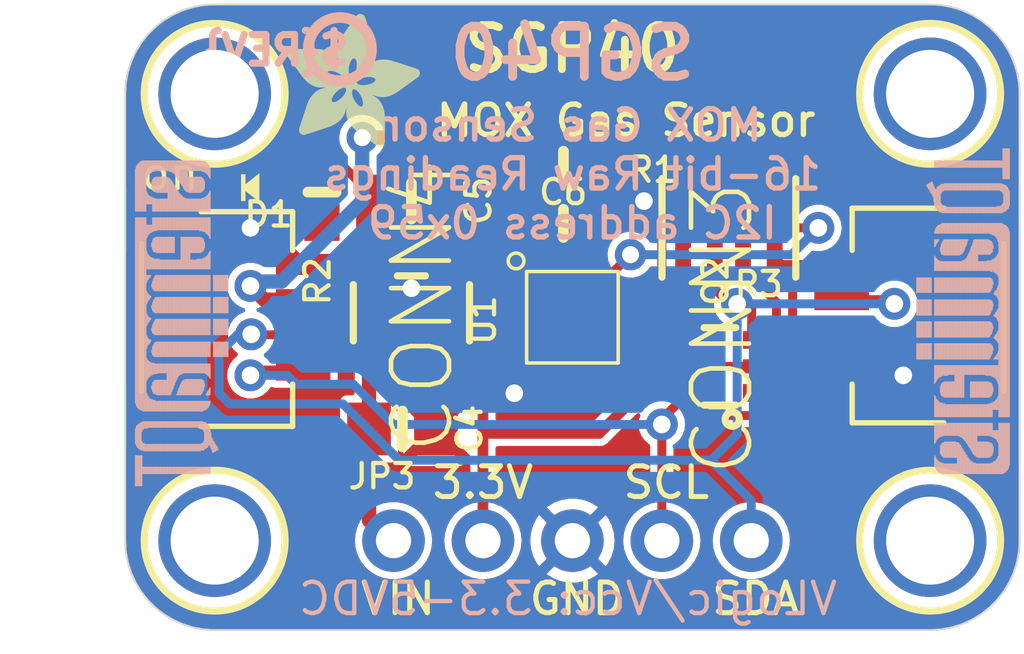
<source format=kicad_pcb>
(kicad_pcb (version 20221018) (generator pcbnew)
  (layers (0 "F.Cu" signal) (31 "B.Cu" signal) (34 "B.Paste" user) (35 "F.Paste" user) (36 "B.SilkS" user "B.Silkscreen") (37 "F.SilkS" user "F.Silkscreen") (38 "B.Mask" user) (39 "F.Mask" user) (44 "Edge.Cuts" user))
  (net 0 "")
  (net 1 "GND")
  (net 2 "SDA")
  (net 3 "SCL")
  (net 4 "SCL_LV")
  (net 5 "SDA_LV")
  (net 6 "VCC")
  (net 7 "N$1")
  (net 8 "3.3V")
  (net 9 "SENSOR_VDD")
  (footprint "working:CHIPLED_0603_NOOUTLINE" (layer "F.Cu") (at 139.3571 101.3206 90)
    (fp_text reference "D1" (at -0.762 1.27) (layer "F.SilkS") (effects (font (size 0.692831 0.692831) (thickness 0.119969)) (justify right)))
    (fp_text value "Green")
    (pad "A" smd rect (at 0 0.75 90) (size 0.8 0.8) (layers "F.Cu" "F.Paste" "F.Mask") (net 7 "N$1"))
    (pad "C" smd rect (at 0 -0.75 90) (size 0.8 0.8) (layers "F.Cu" "F.Paste" "F.Mask") (net 1 "GND"))
  )
  (footprint "working:RESPACK_4X0603" (layer "F.Cu") (at 152.9461 102.4636 180)
    (fp_text reference "R3" (at -1.6 -1.6) (layer "F.SilkS") (effects (font (size 0.692831 0.692831) (thickness 0.119969)) (justify right)))
    (fp_text value "10K")
    (pad "1" smd rect (at -1.3 0.85 180) (size 0.45 0.9) (layers "F.Cu" "F.Paste" "F.Mask") (net 6 "VCC"))
    (pad "2" smd rect (at -0.4 0.85 180) (size 0.45 0.9) (layers "F.Cu" "F.Paste" "F.Mask") (net 8 "3.3V"))
    (pad "3" smd rect (at 0.4 0.85 180) (size 0.45 0.9) (layers "F.Cu" "F.Paste" "F.Mask") (net 6 "VCC"))
    (pad "4" smd rect (at 1.3 0.85 180) (size 0.45 0.9) (layers "F.Cu" "F.Paste" "F.Mask") (net 8 "3.3V"))
    (pad "5" smd rect (at 1.3 -0.85 180) (size 0.45 0.9) (layers "F.Cu" "F.Paste" "F.Mask") (net 5 "SDA_LV"))
    (pad "6" smd rect (at 0.4 -0.85 180) (size 0.45 0.9) (layers "F.Cu" "F.Paste" "F.Mask") (net 2 "SDA"))
    (pad "7" smd rect (at -0.4 -0.85 180) (size 0.45 0.9) (layers "F.Cu" "F.Paste" "F.Mask") (net 4 "SCL_LV"))
    (pad "8" smd rect (at -1.3 -0.85 180) (size 0.45 0.9) (layers "F.Cu" "F.Paste" "F.Mask") (net 3 "SCL"))
  )
  (footprint "working:0603-NO" (layer "F.Cu") (at 141.3891 101.4476 -90)
    (fp_text reference "R2" (at 1.778 0.127 90) (layer "F.SilkS") (effects (font (size 0.692831 0.692831) (thickness 0.119969)) (justify right)))
    (fp_text value "10K")
    (pad "1" smd rect (at -0.85 0 270) (size 1.075 1) (layers "F.Cu" "F.Paste" "F.Mask") (net 8 "3.3V"))
    (pad "2" smd rect (at 0.85 0 270) (size 1.075 1) (layers "F.Cu" "F.Paste" "F.Mask") (net 7 "N$1"))
  )
  (footprint "working:JST_SH4" (layer "F.Cu") (at 138.3411 105.0036 -90)
    (fp_text reference "CONN4" (at -4.6 -5.9 90) (layer "F.SilkS") (effects (font (size 1.647139 1.647139) (thickness 0.130861)) (justify right)))
    (fp_text value "STEMMA_I2C_QT" hide)
    (pad "1" smd rect (at -1.5 -2.514) (size 1.55 0.6) (layers "F.Cu" "F.Paste" "F.Mask") (net 1 "GND"))
    (pad "2" smd rect (at -0.5 -2.514) (size 1.55 0.6) (layers "F.Cu" "F.Paste" "F.Mask") (net 6 "VCC"))
    (pad "3" smd rect (at 0.5 -2.514) (size 1.55 0.6) (layers "F.Cu" "F.Paste" "F.Mask") (net 2 "SDA"))
    (pad "4" smd rect (at 1.5 -2.514) (size 1.55 0.6) (layers "F.Cu" "F.Paste" "F.Mask") (net 3 "SCL"))
    (pad "MT1" smd rect (at -2.8 1.386) (size 1.8 1.2) (layers "F.Cu" "F.Paste" "F.Mask") (net 1 "GND"))
    (pad "MT2" smd rect (at 2.8 1.386) (size 1.8 1.2) (layers "F.Cu" "F.Paste" "F.Mask") (net 1 "GND"))
  )
  (footprint "working:MOUNTINGHOLE_2.5_PLATED" (layer "F.Cu") (at 138.3411 98.6536)
    (fp_text reference "U$28" hide)
    (fp_text value "MOUNTINGHOLE2.5" hide)
    (pad "P$1" thru_hole circle (at 0 0) (size 3.2 3.2) (drill 2.5) (layers "*.Cu" "*.Mask"))
    (zone (net 0) (net_name "") (layer "F.Cu") (connect_pads (clearance 0)) (min_thickness 0.25)
      (keepout (tracks not_allowed) (vias not_allowed) (pads not_allowed) (copperpour not_allowed) (footprints allowed))
      (fill (thermal_gap 0.5) (thermal_bridge_width 0.5))
      (polygon (pts (xy 140.3571 98.6536) (xy 140.33748 98.373027) (xy 140.279004 98.097915) (xy 140.182808 97.833619) (xy 140.050765 97.585283) (xy 139.885446 97.35774) (xy 139.690067 97.15542) (xy 139.468433 96.98226) (xy 139.224856 96.841631) (xy 138.964078 96.73627) (xy 138.691175 96.668228) (xy 138.411457 96.638828) (xy 138.130371 96.648644) (xy 137.853385 96.697484) (xy 137.585893 96.784397) (xy 137.3331 96.907693) (xy 137.099926 97.06497) (xy 136.890911 97.253169) (xy 136.710122 97.468625) (xy 136.561078 97.707145) (xy 136.44668 97.964087) (xy 136.369154 98.23445) (xy 136.330011 98.512971) (xy 136.330011 98.794229) (xy 136.369154 99.07275) (xy 136.44668 99.343113) (xy 136.561078 99.600055) (xy 136.710122 99.838575) (xy 136.890911 100.054031) (xy 137.099926 100.24223) (xy 137.3331 100.399507) (xy 137.585893 100.522803) (xy 137.853385 100.609716) (xy 138.130371 100.658556) (xy 138.411457 100.668372) (xy 138.691175 100.638972) (xy 138.964078 100.57093) (xy 139.224856 100.465569) (xy 139.468433 100.32494) (xy 139.690067 100.15178) (xy 139.885446 99.94946) (xy 140.050765 99.721917) (xy 140.182808 99.473581) (xy 140.279004 99.209285) (xy 140.33748 98.934173)))
      (polygon (pts (xy 138.3251 98.6536) (xy 138.329786 98.664914) (xy 138.3411 98.6696) (xy 138.352414 98.664914) (xy 138.3571 98.6536) (xy 138.352414 98.642286) (xy 138.3411 98.6376) (xy 138.329786 98.642286)))
    )
    (zone (net 0) (net_name "") (layer "B.Cu") (connect_pads (clearance 0)) (min_thickness 0.25)
      (keepout (tracks not_allowed) (vias not_allowed) (pads not_allowed) (copperpour not_allowed) (footprints allowed))
      (fill (thermal_gap 0.5) (thermal_bridge_width 0.5))
      (polygon (pts (xy 140.3571 98.6536) (xy 140.33748 98.373027) (xy 140.279004 98.097915) (xy 140.182808 97.833619) (xy 140.050765 97.585283) (xy 139.885446 97.35774) (xy 139.690067 97.15542) (xy 139.468433 96.98226) (xy 139.224856 96.841631) (xy 138.964078 96.73627) (xy 138.691175 96.668228) (xy 138.411457 96.638828) (xy 138.130371 96.648644) (xy 137.853385 96.697484) (xy 137.585893 96.784397) (xy 137.3331 96.907693) (xy 137.099926 97.06497) (xy 136.890911 97.253169) (xy 136.710122 97.468625) (xy 136.561078 97.707145) (xy 136.44668 97.964087) (xy 136.369154 98.23445) (xy 136.330011 98.512971) (xy 136.330011 98.794229) (xy 136.369154 99.07275) (xy 136.44668 99.343113) (xy 136.561078 99.600055) (xy 136.710122 99.838575) (xy 136.890911 100.054031) (xy 137.099926 100.24223) (xy 137.3331 100.399507) (xy 137.585893 100.522803) (xy 137.853385 100.609716) (xy 138.130371 100.658556) (xy 138.411457 100.668372) (xy 138.691175 100.638972) (xy 138.964078 100.57093) (xy 139.224856 100.465569) (xy 139.468433 100.32494) (xy 139.690067 100.15178) (xy 139.885446 99.94946) (xy 140.050765 99.721917) (xy 140.182808 99.473581) (xy 140.279004 99.209285) (xy 140.33748 98.934173)))
      (polygon (pts (xy 138.3251 98.6536) (xy 138.329786 98.664914) (xy 138.3411 98.6696) (xy 138.352414 98.664914) (xy 138.3571 98.6536) (xy 138.352414 98.642286) (xy 138.3411 98.6376) (xy 138.329786 98.642286)))
    )
  )
  (footprint "working:MOUNTINGHOLE_2.5_PLATED" (layer "F.Cu") (at 158.6611 111.3536)
    (fp_text reference "U$32" hide)
    (fp_text value "MOUNTINGHOLE2.5" hide)
    (pad "P$1" thru_hole circle (at 0 0) (size 3.2 3.2) (drill 2.5) (layers "*.Cu" "*.Mask"))
    (zone (net 0) (net_name "") (layer "F.Cu") (connect_pads (clearance 0)) (min_thickness 0.25)
      (keepout (tracks not_allowed) (vias not_allowed) (pads not_allowed) (copperpour not_allowed) (footprints allowed))
      (fill (thermal_gap 0.5) (thermal_bridge_width 0.5))
      (polygon (pts (xy 160.6771 111.3536) (xy 160.65748 111.073027) (xy 160.599004 110.797915) (xy 160.502808 110.533619) (xy 160.370765 110.285283) (xy 160.205446 110.05774) (xy 160.010067 109.85542) (xy 159.788433 109.68226) (xy 159.544856 109.541631) (xy 159.284078 109.43627) (xy 159.011175 109.368228) (xy 158.731457 109.338828) (xy 158.450371 109.348644) (xy 158.173385 109.397484) (xy 157.905893 109.484397) (xy 157.6531 109.607693) (xy 157.419926 109.76497) (xy 157.210911 109.953169) (xy 157.030122 110.168625) (xy 156.881078 110.407145) (xy 156.76668 110.664087) (xy 156.689154 110.93445) (xy 156.650011 111.212971) (xy 156.650011 111.494229) (xy 156.689154 111.77275) (xy 156.76668 112.043113) (xy 156.881078 112.300055) (xy 157.030122 112.538575) (xy 157.210911 112.754031) (xy 157.419926 112.94223) (xy 157.6531 113.099507) (xy 157.905893 113.222803) (xy 158.173385 113.309716) (xy 158.450371 113.358556) (xy 158.731457 113.368372) (xy 159.011175 113.338972) (xy 159.284078 113.27093) (xy 159.544856 113.165569) (xy 159.788433 113.02494) (xy 160.010067 112.85178) (xy 160.205446 112.64946) (xy 160.370765 112.421917) (xy 160.502808 112.173581) (xy 160.599004 111.909285) (xy 160.65748 111.634173)))
      (polygon (pts (xy 158.6451 111.3536) (xy 158.649786 111.364914) (xy 158.6611 111.3696) (xy 158.672414 111.364914) (xy 158.6771 111.3536) (xy 158.672414 111.342286) (xy 158.6611 111.3376) (xy 158.649786 111.342286)))
    )
    (zone (net 0) (net_name "") (layer "B.Cu") (connect_pads (clearance 0)) (min_thickness 0.25)
      (keepout (tracks not_allowed) (vias not_allowed) (pads not_allowed) (copperpour not_allowed) (footprints allowed))
      (fill (thermal_gap 0.5) (thermal_bridge_width 0.5))
      (polygon (pts (xy 160.6771 111.3536) (xy 160.65748 111.073027) (xy 160.599004 110.797915) (xy 160.502808 110.533619) (xy 160.370765 110.285283) (xy 160.205446 110.05774) (xy 160.010067 109.85542) (xy 159.788433 109.68226) (xy 159.544856 109.541631) (xy 159.284078 109.43627) (xy 159.011175 109.368228) (xy 158.731457 109.338828) (xy 158.450371 109.348644) (xy 158.173385 109.397484) (xy 157.905893 109.484397) (xy 157.6531 109.607693) (xy 157.419926 109.76497) (xy 157.210911 109.953169) (xy 157.030122 110.168625) (xy 156.881078 110.407145) (xy 156.76668 110.664087) (xy 156.689154 110.93445) (xy 156.650011 111.212971) (xy 156.650011 111.494229) (xy 156.689154 111.77275) (xy 156.76668 112.043113) (xy 156.881078 112.300055) (xy 157.030122 112.538575) (xy 157.210911 112.754031) (xy 157.419926 112.94223) (xy 157.6531 113.099507) (xy 157.905893 113.222803) (xy 158.173385 113.309716) (xy 158.450371 113.358556) (xy 158.731457 113.368372) (xy 159.011175 113.338972) (xy 159.284078 113.27093) (xy 159.544856 113.165569) (xy 159.788433 113.02494) (xy 160.010067 112.85178) (xy 160.205446 112.64946) (xy 160.370765 112.421917) (xy 160.502808 112.173581) (xy 160.599004 111.909285) (xy 160.65748 111.634173)))
      (polygon (pts (xy 158.6451 111.3536) (xy 158.649786 111.364914) (xy 158.6611 111.3696) (xy 158.672414 111.364914) (xy 158.6771 111.3536) (xy 158.672414 111.342286) (xy 158.6611 111.3376) (xy 158.649786 111.342286)))
    )
  )
  (footprint "working:SOT23-5" (layer "F.Cu") (at 143.9291 104.8766)
    (fp_text reference "U1" (at 2.032 -0.562 90) (layer "F.SilkS") (effects (font (size 0.692831 0.692831) (thickness 0.119969)) (justify right)))
    (fp_text value "AP2112-3.3K")
    (pad "1" smd rect (at -0.95 1.3001) (size 0.55 1.2) (layers "F.Cu" "F.Paste" "F.Mask") (net 6 "VCC"))
    (pad "2" smd rect (at 0 1.3001) (size 0.55 1.2) (layers "F.Cu" "F.Paste" "F.Mask") (net 1 "GND"))
    (pad "3" smd rect (at 0.95 1.3001) (size 0.55 1.2) (layers "F.Cu" "F.Paste" "F.Mask") (net 6 "VCC"))
    (pad "4" smd rect (at 0.95 -1.3001) (size 0.55 1.2) (layers "F.Cu" "F.Paste" "F.Mask"))
    (pad "5" smd rect (at -0.95 -1.3001) (size 0.55 1.2) (layers "F.Cu" "F.Paste" "F.Mask") (net 8 "3.3V"))
  )
  (footprint "working:ADAFRUIT_3.5MM" (layer "F.Cu") (at 140.3731 100.1776)
    (fp_text reference "U$34" hide)
    (fp_text value "" hide)
  )
  (footprint "working:SOT363" (layer "F.Cu") (at 152.6921 106.4006 90)
    (fp_text reference "Q2" (at 1.651 -0.127 90) (layer "F.SilkS") (effects (font (size 0.692831 0.692831) (thickness 0.119969)) (justify left)))
    (fp_text value "BSS138")
    (pad "1" smd rect (at -0.75 0.9 90) (size 0.5 0.5) (layers "F.Cu" "F.Paste" "F.Mask") (net 4 "SCL_LV"))
    (pad "2" smd rect (at 0 0.9 90) (size 0.4 0.5) (layers "F.Cu" "F.Paste" "F.Mask") (net 8 "3.3V"))
    (pad "3" smd rect (at 0.75 0.9 90) (size 0.5 0.5) (layers "F.Cu" "F.Paste" "F.Mask") (net 2 "SDA"))
    (pad "4" smd rect (at 0.75 -0.9 90) (size 0.5 0.5) (layers "F.Cu" "F.Paste" "F.Mask") (net 5 "SDA_LV"))
    (pad "5" smd rect (at 0 -0.9 90) (size 0.4 0.5) (layers "F.Cu" "F.Paste" "F.Mask") (net 8 "3.3V"))
    (pad "6" smd rect (at -0.75 -0.9 90) (size 0.5 0.5) (layers "F.Cu" "F.Paste" "F.Mask") (net 3 "SCL"))
  )
  (footprint "working:MOUNTINGHOLE_2.5_PLATED" (layer "F.Cu") (at 138.3411 111.3536)
    (fp_text reference "U$31" hide)
    (fp_text value "MOUNTINGHOLE2.5" hide)
    (pad "P$1" thru_hole circle (at 0 0) (size 3.2 3.2) (drill 2.5) (layers "*.Cu" "*.Mask"))
    (zone (net 0) (net_name "") (layer "F.Cu") (connect_pads (clearance 0)) (min_thickness 0.25)
      (keepout (tracks not_allowed) (vias not_allowed) (pads not_allowed) (copperpour not_allowed) (footprints allowed))
      (fill (thermal_gap 0.5) (thermal_bridge_width 0.5))
      (polygon (pts (xy 140.3571 111.3536) (xy 140.33748 111.073027) (xy 140.279004 110.797915) (xy 140.182808 110.533619) (xy 140.050765 110.285283) (xy 139.885446 110.05774) (xy 139.690067 109.85542) (xy 139.468433 109.68226) (xy 139.224856 109.541631) (xy 138.964078 109.43627) (xy 138.691175 109.368228) (xy 138.411457 109.338828) (xy 138.130371 109.348644) (xy 137.853385 109.397484) (xy 137.585893 109.484397) (xy 137.3331 109.607693) (xy 137.099926 109.76497) (xy 136.890911 109.953169) (xy 136.710122 110.168625) (xy 136.561078 110.407145) (xy 136.44668 110.664087) (xy 136.369154 110.93445) (xy 136.330011 111.212971) (xy 136.330011 111.494229) (xy 136.369154 111.77275) (xy 136.44668 112.043113) (xy 136.561078 112.300055) (xy 136.710122 112.538575) (xy 136.890911 112.754031) (xy 137.099926 112.94223) (xy 137.3331 113.099507) (xy 137.585893 113.222803) (xy 137.853385 113.309716) (xy 138.130371 113.358556) (xy 138.411457 113.368372) (xy 138.691175 113.338972) (xy 138.964078 113.27093) (xy 139.224856 113.165569) (xy 139.468433 113.02494) (xy 139.690067 112.85178) (xy 139.885446 112.64946) (xy 140.050765 112.421917) (xy 140.182808 112.173581) (xy 140.279004 111.909285) (xy 140.33748 111.634173)))
      (polygon (pts (xy 138.3251 111.3536) (xy 138.329786 111.364914) (xy 138.3411 111.3696) (xy 138.352414 111.364914) (xy 138.3571 111.3536) (xy 138.352414 111.342286) (xy 138.3411 111.3376) (xy 138.329786 111.342286)))
    )
    (zone (net 0) (net_name "") (layer "B.Cu") (connect_pads (clearance 0)) (min_thickness 0.25)
      (keepout (tracks not_allowed) (vias not_allowed) (pads not_allowed) (copperpour not_allowed) (footprints allowed))
      (fill (thermal_gap 0.5) (thermal_bridge_width 0.5))
      (polygon (pts (xy 140.3571 111.3536) (xy 140.33748 111.073027) (xy 140.279004 110.797915) (xy 140.182808 110.533619) (xy 140.050765 110.285283) (xy 139.885446 110.05774) (xy 139.690067 109.85542) (xy 139.468433 109.68226) (xy 139.224856 109.541631) (xy 138.964078 109.43627) (xy 138.691175 109.368228) (xy 138.411457 109.338828) (xy 138.130371 109.348644) (xy 137.853385 109.397484) (xy 137.585893 109.484397) (xy 137.3331 109.607693) (xy 137.099926 109.76497) (xy 136.890911 109.953169) (xy 136.710122 110.168625) (xy 136.561078 110.407145) (xy 136.44668 110.664087) (xy 136.369154 110.93445) (xy 136.330011 111.212971) (xy 136.330011 111.494229) (xy 136.369154 111.77275) (xy 136.44668 112.043113) (xy 136.561078 112.300055) (xy 136.710122 112.538575) (xy 136.890911 112.754031) (xy 137.099926 112.94223) (xy 137.3331 113.099507) (xy 137.585893 113.222803) (xy 137.853385 113.309716) (xy 138.130371 113.358556) (xy 138.411457 113.368372) (xy 138.691175 113.338972) (xy 138.964078 113.27093) (xy 139.224856 113.165569) (xy 139.468433 113.02494) (xy 139.690067 112.85178) (xy 139.885446 112.64946) (xy 140.050765 112.421917) (xy 140.182808 112.173581) (xy 140.279004 111.909285) (xy 140.33748 111.634173)))
      (polygon (pts (xy 138.3251 111.3536) (xy 138.329786 111.364914) (xy 138.3411 111.3696) (xy 138.352414 111.364914) (xy 138.3571 111.3536) (xy 138.352414 111.342286) (xy 138.3411 111.3376) (xy 138.329786 111.342286)))
    )
  )
  (footprint "working:1X05_ROUND_70" (layer "F.Cu") (at 148.5011 111.3536)
    (fp_text reference "JP3" (at -6.4262 -1.8288) (layer "F.SilkS") (effects (font (size 0.692831 0.692831) (thickness 0.119969)) (justify left)))
    (fp_text value "")
    (pad "1" thru_hole circle (at -5.08 0 90) (size 1.778 1.778) (drill 1) (layers "*.Cu" "*.Mask") (net 6 "VCC"))
    (pad "2" thru_hole circle (at -2.54 0 90) (size 1.778 1.778) (drill 1) (layers "*.Cu" "*.Mask") (net 8 "3.3V"))
    (pad "3" thru_hole circle (at 0 0 90) (size 1.778 1.778) (drill 1) (layers "*.Cu" "*.Mask") (net 1 "GND"))
    (pad "4" thru_hole circle (at 2.54 0 90) (size 1.778 1.778) (drill 1) (layers "*.Cu" "*.Mask") (net 3 "SCL"))
    (pad "5" thru_hole circle (at 5.08 0 90) (size 1.778 1.778) (drill 1) (layers "*.Cu" "*.Mask") (net 2 "SDA"))
  )
  (footprint "working:JST_SH4" (layer "F.Cu") (at 158.6611 105.0036 90)
    (fp_text reference "CONN3" (at -4.6 -5.9 90) (layer "F.SilkS") (effects (font (size 1.647139 1.647139) (thickness 0.130861)) (justify left)))
    (fp_text value "STEMMA_I2C_QT" hide)
    (pad "1" smd rect (at -1.5 -2.514 180) (size 1.55 0.6) (layers "F.Cu" "F.Paste" "F.Mask") (net 1 "GND"))
    (pad "2" smd rect (at -0.5 -2.514 180) (size 1.55 0.6) (layers "F.Cu" "F.Paste" "F.Mask") (net 6 "VCC"))
    (pad "3" smd rect (at 0.5 -2.514 180) (size 1.55 0.6) (layers "F.Cu" "F.Paste" "F.Mask") (net 2 "SDA"))
    (pad "4" smd rect (at 1.5 -2.514 180) (size 1.55 0.6) (layers "F.Cu" "F.Paste" "F.Mask") (net 3 "SCL"))
    (pad "MT1" smd rect (at -2.8 1.386 180) (size 1.8 1.2) (layers "F.Cu" "F.Paste" "F.Mask") (net 1 "GND"))
    (pad "MT2" smd rect (at 2.8 1.386 180) (size 1.8 1.2) (layers "F.Cu" "F.Paste" "F.Mask") (net 1 "GND"))
  )
  (footprint "working:FIDUCIAL_1MM" (layer "F.Cu") (at 140.8811 109.3216)
    (fp_text reference "FID3" hide)
    (fp_text value "FIDUCIAL_1MM" hide)
    (pad "1" smd roundrect (at 0 0) (size 1 1) (layers "F.Cu" "F.Mask") (roundrect_rratio 0.5))
  )
  (footprint "working:0603-NO" (layer "F.Cu") (at 148.2471 102.3366)
    (fp_text reference "C6" (at -0.762 -0.889) (layer "F.SilkS") (effects (font (size 0.692831 0.692831) (thickness 0.119969)) (justify left)))
    (fp_text value "0.1uF")
    (pad "1" smd rect (at -0.85 0) (size 1.075 1) (layers "F.Cu" "F.Paste" "F.Mask") (net 9 "SENSOR_VDD"))
    (pad "2" smd rect (at 0.85 0) (size 1.075 1) (layers "F.Cu" "F.Paste" "F.Mask") (net 1 "GND"))
  )
  (footprint "working:FIDUCIAL_1MM" (layer "F.Cu") (at 155.3591 97.3836)
    (fp_text reference "FID4" hide)
    (fp_text value "FIDUCIAL_1MM" hide)
    (pad "1" smd roundrect (at 0 0) (size 1 1) (layers "F.Cu" "F.Mask") (roundrect_rratio 0.5))
  )
  (footprint "working:0805-NO" (layer "F.Cu") (at 143.9291 101.7016)
    (fp_text reference "C5" (at 1.905 -0.762 90) (layer "F.SilkS") (effects (font (size 0.692831 0.692831) (thickness 0.119969)) (justify right)))
    (fp_text value "10uF")
    (pad "1" smd rect (at -0.95 0) (size 1.24 1.5) (layers "F.Cu" "F.Paste" "F.Mask") (net 8 "3.3V"))
    (pad "2" smd rect (at 0.95 0) (size 1.24 1.5) (layers "F.Cu" "F.Paste" "F.Mask") (net 1 "GND"))
  )
  (footprint "working:0805-NO" (layer "F.Cu") (at 143.6751 108.1786)
    (fp_text reference "C4" (at 1.905 -0.762 90) (layer "F.SilkS") (effects (font (size 0.692831 0.692831) (thickness 0.119969)) (justify right)))
    (fp_text value "10uF")
    (pad "1" smd rect (at -0.95 0) (size 1.24 1.5) (layers "F.Cu" "F.Paste" "F.Mask") (net 6 "VCC"))
    (pad "2" smd rect (at 0.95 0) (size 1.24 1.5) (layers "F.Cu" "F.Paste" "F.Mask") (net 1 "GND"))
  )
  (footprint "working:SGP30" (layer "F.Cu") (at 148.5011 105.0036)
    (fp_text reference "X1" hide)
    (fp_text value "SGP40" hide)
    (pad "1" smd rect (at -1.225 -0.8) (size 0.55 0.4) (layers "F.Cu" "F.Paste" "F.Mask") (net 9 "SENSOR_VDD"))
    (pad "2" smd rect (at -1.225 0) (size 0.55 0.4) (layers "F.Cu" "F.Paste" "F.Mask") (net 1 "GND"))
    (pad "3" smd rect (at -1.225 0.8) (size 0.55 0.4) (layers "F.Cu" "F.Paste" "F.Mask") (net 5 "SDA_LV"))
    (pad "4" smd rect (at 1.225 0.8) (size 0.55 0.4) (layers "F.Cu" "F.Paste" "F.Mask") (net 1 "GND"))
    (pad "5" smd rect (at 1.225 0) (size 0.55 0.4) (layers "F.Cu" "F.Paste" "F.Mask") (net 8 "3.3V"))
    (pad "6" smd rect (at 1.225 -0.8) (size 0.55 0.4) (layers "F.Cu" "F.Paste" "F.Mask") (net 4 "SCL_LV"))
    (pad "P$7" smd rect (at 0 0) (size 1.05 1.5) (layers "F.Cu" "F.Paste" "F.Mask") (net 1 "GND"))
  )
  (footprint "working:MOUNTINGHOLE_2.5_PLATED" (layer "F.Cu") (at 158.6611 98.6536)
    (fp_text reference "U$29" hide)
    (fp_text value "MOUNTINGHOLE2.5" hide)
    (pad "P$1" thru_hole circle (at 0 0) (size 3.2 3.2) (drill 2.5) (layers "*.Cu" "*.Mask"))
    (zone (net 0) (net_name "") (layer "F.Cu") (connect_pads (clearance 0)) (min_thickness 0.25)
      (keepout (tracks not_allowed) (vias not_allowed) (pads not_allowed) (copperpour not_allowed) (footprints allowed))
      (fill (thermal_gap 0.5) (thermal_bridge_width 0.5))
      (polygon (pts (xy 160.6771 98.6536) (xy 160.65748 98.373027) (xy 160.599004 98.097915) (xy 160.502808 97.833619) (xy 160.370765 97.585283) (xy 160.205446 97.35774) (xy 160.010067 97.15542) (xy 159.788433 96.98226) (xy 159.544856 96.841631) (xy 159.284078 96.73627) (xy 159.011175 96.668228) (xy 158.731457 96.638828) (xy 158.450371 96.648644) (xy 158.173385 96.697484) (xy 157.905893 96.784397) (xy 157.6531 96.907693) (xy 157.419926 97.06497) (xy 157.210911 97.253169) (xy 157.030122 97.468625) (xy 156.881078 97.707145) (xy 156.76668 97.964087) (xy 156.689154 98.23445) (xy 156.650011 98.512971) (xy 156.650011 98.794229) (xy 156.689154 99.07275) (xy 156.76668 99.343113) (xy 156.881078 99.600055) (xy 157.030122 99.838575) (xy 157.210911 100.054031) (xy 157.419926 100.24223) (xy 157.6531 100.399507) (xy 157.905893 100.522803) (xy 158.173385 100.609716) (xy 158.450371 100.658556) (xy 158.731457 100.668372) (xy 159.011175 100.638972) (xy 159.284078 100.57093) (xy 159.544856 100.465569) (xy 159.788433 100.32494) (xy 160.010067 100.15178) (xy 160.205446 99.94946) (xy 160.370765 99.721917) (xy 160.502808 99.473581) (xy 160.599004 99.209285) (xy 160.65748 98.934173)))
      (polygon (pts (xy 158.6451 98.6536) (xy 158.649786 98.664914) (xy 158.6611 98.6696) (xy 158.672414 98.664914) (xy 158.6771 98.6536) (xy 158.672414 98.642286) (xy 158.6611 98.6376) (xy 158.649786 98.642286)))
    )
    (zone (net 0) (net_name "") (layer "B.Cu") (connect_pads (clearance 0)) (min_thickness 0.25)
      (keepout (tracks not_allowed) (vias not_allowed) (pads not_allowed) (copperpour not_allowed) (footprints allowed))
      (fill (thermal_gap 0.5) (thermal_bridge_width 0.5))
      (polygon (pts (xy 160.6771 98.6536) (xy 160.65748 98.373027) (xy 160.599004 98.097915) (xy 160.502808 97.833619) (xy 160.370765 97.585283) (xy 160.205446 97.35774) (xy 160.010067 97.15542) (xy 159.788433 96.98226) (xy 159.544856 96.841631) (xy 159.284078 96.73627) (xy 159.011175 96.668228) (xy 158.731457 96.638828) (xy 158.450371 96.648644) (xy 158.173385 96.697484) (xy 157.905893 96.784397) (xy 157.6531 96.907693) (xy 157.419926 97.06497) (xy 157.210911 97.253169) (xy 157.030122 97.468625) (xy 156.881078 97.707145) (xy 156.76668 97.964087) (xy 156.689154 98.23445) (xy 156.650011 98.512971) (xy 156.650011 98.794229) (xy 156.689154 99.07275) (xy 156.76668 99.343113) (xy 156.881078 99.600055) (xy 157.030122 99.838575) (xy 157.210911 100.054031) (xy 157.419926 100.24223) (xy 157.6531 100.399507) (xy 157.905893 100.522803) (xy 158.173385 100.609716) (xy 158.450371 100.658556) (xy 158.731457 100.668372) (xy 159.011175 100.638972) (xy 159.284078 100.57093) (xy 159.544856 100.465569) (xy 159.788433 100.32494) (xy 160.010067 100.15178) (xy 160.205446 99.94946) (xy 160.370765 99.721917) (xy 160.502808 99.473581) (xy 160.599004 99.209285) (xy 160.65748 98.934173)))
      (polygon (pts (xy 158.6451 98.6536) (xy 158.649786 98.664914) (xy 158.6611 98.6696) (xy 158.672414 98.664914) (xy 158.6771 98.6536) (xy 158.672414 98.642286) (xy 158.6611 98.6376) (xy 158.649786 98.642286)))
    )
  )
  (footprint "working:0603-NO" (layer "F.Cu") (at 148.2471 100.6856)
    (fp_text reference "R1" (at 1.778 0.127) (layer "F.SilkS") (effects (font (size 0.692831 0.692831) (thickness 0.119969)) (justify left)))
    (fp_text value "4.7ohm")
    (pad "1" smd rect (at -0.85 0) (size 1.075 1) (layers "F.Cu" "F.Paste" "F.Mask") (net 9 "SENSOR_VDD"))
    (pad "2" smd rect (at 0.85 0) (size 1.075 1) (layers "F.Cu" "F.Paste" "F.Mask") (net 8 "3.3V"))
  )
  (footprint "working:STEMMAQT" (layer "B.Cu") (at 138.7221 100.5586 -90)
    (fp_text reference "U$37" hide)
    (fp_text value "" hide)
  )
  (footprint "working:PCBFEAT-REV-040" (layer "B.Cu") (at 141.8971 97.3836 180)
    (fp_text reference "U$35" hide)
    (fp_text value "" hide)
    (fp_text user "${REV}" (at -0.3556 -0.508) (layer "B.SilkS") (effects (font (size 0.8128 0.8128) (thickness 0.2032)) (justify left bottom mirror)))
  )
  (footprint "working:STEMMAQT" (layer "B.Cu") (at 158.2801 109.4486 90)
    (fp_text reference "U$36" hide)
    (fp_text value "" hide)
  )
  (gr_arc (start 161.2011 111.3536) (mid 160.457151 113.149651) (end 158.6611 113.8936) (stroke (width 0.05)) (layer "Edge.Cuts"))
  (gr_line (start 138.3411 113.8936) (end 158.6611 113.8936) (stroke (width 0.05)) (layer "Edge.Cuts"))
  (gr_arc (start 135.8011 98.6536) (mid 136.545049 96.857549) (end 138.3411 96.1136) (stroke (width 0.05)) (layer "Edge.Cuts"))
  (gr_line (start 158.6611 96.1136) (end 138.3411 96.1136) (stroke (width 0.05)) (layer "Edge.Cuts"))
  (gr_arc (start 158.6611 96.1136) (mid 160.457151 96.857549) (end 161.2011 98.6536) (stroke (width 0.05)) (layer "Edge.Cuts"))
  (gr_line (start 135.8011 98.6536) (end 135.8011 111.3536) (stroke (width 0.05)) (layer "Edge.Cuts"))
  (gr_arc (start 138.3411 113.8936) (mid 136.545049 113.149651) (end 135.8011 111.3536) (stroke (width 0.05)) (layer "Edge.Cuts"))
  (gr_line (start 161.2011 111.3536) (end 161.2011 98.6536) (stroke (width 0.05)) (layer "Edge.Cuts"))
  (gr_text "MOX Gas Sensor\n16-bit Raw Readings\nI2C address 0x59" (at 148.5011 100.9396) (layer "B.SilkS") (effects (font (size 0.8636 0.8636) (thickness 0.1524)) (justify mirror)))
  (gr_text "SGP40" (at 148.5011 97.5106) (layer "B.SilkS") (effects (font (size 1.42494 1.42494) (thickness 0.25146)) (justify mirror)))
  (gr_text "VLogic/Vcc: 3.3-5VDC" (at 148.3741 113.0046) (layer "B.SilkS") (effects (font (size 0.89408 0.89408) (thickness 0.12192)) (justify mirror)))
  (gr_text "3.3V" (at 145.9611 109.7026) (layer "F.SilkS") (effects (font (size 0.87376 0.87376) (thickness 0.14224))))
  (gr_text "GND" (at 148.6281 113.0046) (layer "F.SilkS") (effects (font (size 0.87376 0.87376) (thickness 0.14224))))
  (gr_text "MOX Gas Sensor" (at 150.0251 99.4156) (layer "F.SilkS") (effects (font (size 0.8636 0.8636) (thickness 0.1524))))
  (gr_text "SCL" (at 151.1681 109.7026) (layer "F.SilkS") (effects (font (size 0.87376 0.87376) (thickness 0.14224))))
  (gr_text "SGP40" (at 148.5011 97.3836) (layer "F.SilkS") (effects (font (size 1.25222 1.25222) (thickness 0.22098))))
  (gr_text "VIN" (at 143.5481 113.0046) (layer "F.SilkS") (effects (font (size 0.87376 0.87376) (thickness 0.14224))))
  (gr_text "SDA" (at 153.7081 113.0046) (layer "F.SilkS") (effects (font (size 0.87376 0.87376) (thickness 0.14224))))
  (gr_text "on" (at 136.1821 101.4476) (layer "F.SilkS") (effects (font (size 0.89408 0.89408) (thickness 0.12192)) (justify left bottom)))
  (segment (start 144.8791 101.7016) (end 143.9291 102.6516) (width 0.254) (layer "F.Cu") (net 1))
  (segment (start 149.3011 105.8036) (end 148.5011 105.0036) (width 0.254) (layer "F.Cu") (net 1))
  (segment (start 143.9291 106.1767) (end 143.9291 107.4826) (width 0.4064) (layer "F.Cu") (net 1))
  (segment (start 143.9291 102.6516) (end 143.9291 104.1781) (width 0.254) (layer "F.Cu") (net 1))
  (segment (start 149.7261 105.8036) (end 149.3011 105.8036) (width 0.254) (layer "F.Cu") (net 1))
  (segment (start 144.6251 108.1786) (end 143.9291 107.4826) (width 0.4064) (layer "F.Cu") (net 1))
  (segment (start 140.3971 103.5036) (end 139.3571 102.4636) (width 0.4064) (layer "F.Cu") (net 1))
  (segment (start 140.8551 103.5036) (end 140.3971 103.5036) (width 0.4064) (layer "F.Cu") (net 1))
  (via (at 143.9291 104.1781) (size 0.9064) (drill 0.5) (layers "F.Cu" "B.Cu") (net 1))
  (via (at 146.8501 107.1626) (size 0.9064) (drill 0.5) (layers "F.Cu" "B.Cu") (net 1))
  (via (at 157.8991 106.6546) (size 0.9064) (drill 0.5) (layers "F.Cu" "B.Cu") (net 1))
  (via (at 150.5331 101.7016) (size 0.9064) (drill 0.5) (layers "F.Cu" "B.Cu") (net 1))
  (via (at 139.3571 102.4636) (size 0.9064) (drill 0.5) (layers "F.Cu" "B.Cu") (net 1))
  (segment (start 153.5921 104.7616) (end 153.1811 104.7616) (width 0.254) (layer "F.Cu") (net 2))
  (segment (start 152.9661 104.6226) (end 152.5461 104.2026) (width 0.254) (layer "F.Cu") (net 2))
  (segment (start 152.5461 103.3136) (end 152.5461 104.2026) (width 0.254) (layer "F.Cu") (net 2))
  (segment (start 139.379706 105.5036) (end 139.379706 105.488994) (width 0.254) (layer "F.Cu") (net 2))
  (segment (start 153.1811 104.6226) (end 153.1811 104.7616) (width 0.254) (layer "F.Cu") (net 2))
  (segment (start 152.9661 104.6226) (end 153.1811 104.6226) (width 0.254) (layer "F.Cu") (net 2))
  (segment (start 157.5261 104.5036) (end 157.6451 104.6226) (width 0.254) (layer "F.Cu") (net 2))
  (segment (start 140.8551 105.5036) (end 139.379706 105.5036) (width 0.254) (layer "F.Cu") (net 2))
  (segment (start 153.5921 104.7616) (end 153.5921 105.6506) (width 0.254) (layer "F.Cu") (net 2))
  (segment (start 156.1471 104.5036) (end 157.5261 104.5036) (width 0.254) (layer "F.Cu") (net 2))
  (via (at 157.6451 104.6226) (size 0.9064) (drill 0.5) (layers "F.Cu" "B.Cu") (net 2))
  (via (at 139.379706 105.488994) (size 0.9064) (drill 0.5) (layers "F.Cu" "B.Cu") (net 2))
  (via (at 153.1811 104.6226) (size 0.9064) (drill 0.5) (layers "F.Cu" "B.Cu") (net 2))
  (segment (start 138.4681 107.1626) (end 138.7729 107.4674) (width 0.254) (layer "B.Cu") (net 2))
  (segment (start 153.1811 108.3246) (end 152.4381 109.0676) (width 0.254) (layer "B.Cu") (net 2))
  (segment (start 138.4681 106.0196) (end 138.4681 107.1626) (width 0.254) (layer "B.Cu") (net 2))
  (segment (start 153.5811 110.2106) (end 152.4381 109.0676) (width 0.254) (layer "B.Cu") (net 2))
  (segment (start 153.5811 111.3536) (end 153.5811 110.2106) (width 0.254) (layer "B.Cu") (net 2))
  (segment (start 157.6451 104.6226) (end 153.1811 104.6226) (width 0.254) (layer "B.Cu") (net 2))
  (segment (start 138.998706 105.488994) (end 138.4681 106.0196) (width 0.254) (layer "B.Cu") (net 2))
  (segment (start 138.7729 107.4674) (end 141.983 107.4674) (width 0.254) (layer "B.Cu") (net 2))
  (segment (start 141.983 107.4674) (end 143.5832 109.0676) (width 0.254) (layer "B.Cu") (net 2))
  (segment (start 139.379706 105.488994) (end 138.998706 105.488994) (width 0.254) (layer "B.Cu") (net 2))
  (segment (start 153.1811 104.6226) (end 153.1811 108.3246) (width 0.254) (layer "B.Cu") (net 2))
  (segment (start 143.5832 109.0676) (end 152.4381 109.0676) (width 0.254) (layer "B.Cu") (net 2))
  (segment (start 151.7921 107.1506) (end 151.7916 107.1511) (width 0.254) (layer "F.Cu") (net 3))
  (segment (start 154.2461 103.3136) (end 154.7541 103.8216) (width 0.254) (layer "F.Cu") (net 3))
  (segment (start 154.7541 107.1326) (end 154.0891 107.7976) (width 0.254) (layer "F.Cu") (net 3))
  (segment (start 151.0411 111.0996) (end 151.0411 108.0516) (width 0.254) (layer "F.Cu") (net 3))
  (segment (start 154.4361 103.5036) (end 154.2461 103.3136) (width 0.254) (layer "F.Cu") (net 3))
  (segment (start 151.0411 111.3536) (end 151.0411 111.0996) (width 0.3048) (layer "F.Cu") (net 3))
  (segment (start 152.0571 107.7976) (end 151.7916 107.5321) (width 0.254) (layer "F.Cu") (net 3))
  (segment (start 151.7916 107.5321) (end 151.7916 107.1511) (width 0.254) (layer "F.Cu") (net 3))
  (segment (start 151.0411 107.9016) (end 151.0411 108.0516) (width 0.254) (layer "F.Cu") (net 3))
  (segment (start 154.7541 103.8216) (end 154.7541 107.1326) (width 0.254) (layer "F.Cu") (net 3))
  (segment (start 140.8551 106.5036) (end 139.5081 106.5036) (width 0.254) (layer "F.Cu") (net 3))
  (segment (start 151.7921 107.1506) (end 151.0411 107.9016) (width 0.254) (layer "F.Cu") (net 3))
  (segment (start 154.0891 107.7976) (end 152.0571 107.7976) (width 0.254) (layer "F.Cu") (net 3))
  (segment (start 139.5081 106.5036) (end 139.3571 106.6546) (width 0.254) (layer "F.Cu") (net 3))
  (segment (start 156.1471 103.5036) (end 154.4361 103.5036) (width 0.254) (layer "F.Cu") (net 3))
  (via (at 151.0411 108.0516) (size 0.9064) (drill 0.5) (layers "F.Cu" "B.Cu") (net 3))
  (via (at 139.3571 106.6546) (size 0.9064) (drill 0.5) (layers "F.Cu" "B.Cu") (net 3))
  (segment (start 140.396262 106.6546) (end 140.650262 106.9086) (width 0.254) (layer "B.Cu") (net 3))
  (segment (start 139.3571 106.6546) (end 140.396262 106.6546) (width 0.254) (layer "B.Cu") (net 3))
  (segment (start 143.4211 108.0516) (end 142.2781 106.9086) (width 0.254) (layer "B.Cu") (net 3))
  (segment (start 142.2781 106.9086) (end 140.650262 106.9086) (width 0.254) (layer "B.Cu") (net 3))
  (segment (start 151.0411 108.0516) (end 143.4211 108.0516) (width 0.254) (layer "B.Cu") (net 3))
  (segment (start 153.3461 103.3136) (end 153.3461 103.6256) (width 0.254) (layer "F.Cu") (net 4))
  (segment (start 154.2969 104.5764) (end 154.2969 106.7816) (width 0.254) (layer "F.Cu") (net 4))
  (segment (start 153.3461 103.3136) (end 153.3461 102.9526) (width 0.254) (layer "F.Cu") (net 4))
  (segment (start 149.7261 104.2036) (end 149.7261 103.6516) (width 0.254) (layer "F.Cu") (net 4))
  (segment (start 154.2969 106.7816) (end 153.9279 107.1506) (width 0.254) (layer "F.Cu") (net 4))
  (segment (start 153.8351 102.4636) (end 155.4861 102.4636) (width 0.254) (layer "F.Cu") (net 4))
  (segment (start 149.7261 103.6516) (end 150.1521 103.2256) (width 0.254) (layer "F.Cu") (net 4))
  (segment (start 153.3461 103.6256) (end 154.2969 104.5764) (width 0.254) (layer "F.Cu") (net 4))
  (segment (start 153.5921 107.1506) (end 153.9279 107.1506) (width 0.254) (layer "F.Cu") (net 4))
  (segment (start 153.3461 102.9526) (end 153.8351 102.4636) (width 0.254) (layer "F.Cu") (net 4))
  (via (at 150.1521 103.2256) (size 0.889) (drill 0.4826) (layers "F.Cu" "B.Cu") (net 4))
  (via (at 155.4861 102.4636) (size 0.9064) (drill 0.5) (layers "F.Cu" "B.Cu") (net 4))
  (segment (start 150.1521 103.2256) (end 154.7241 103.2256) (width 0.254) (layer "B.Cu") (net 4))
  (segment (start 154.7241 103.2256) (end 155.4861 102.4636) (width 0.254) (layer "B.Cu") (net 4))
  (segment (start 147.2761 106.4456) (end 147.3581 106.5276) (width 0.254) (layer "F.Cu") (net 5))
  (segment (start 150.2791 106.5276) (end 151.1561 105.6506) (width 0.254) (layer "F.Cu") (net 5))
  (segment (start 147.2761 105.8036) (end 147.2761 106.4456) (width 0.254) (layer "F.Cu") (net 5))
  (segment (start 147.3581 106.5276) (end 150.2791 106.5276) (width 0.254) (layer "F.Cu") (net 5))
  (segment (start 151.7921 105.6506) (end 151.7921 104.6346) (width 0.254) (layer "F.Cu") (net 5))
  (segment (start 151.7921 104.6346) (end 151.6461 104.4886) (width 0.254) (layer "F.Cu") (net 5))
  (segment (start 151.6461 104.4886) (end 151.6461 103.3136) (width 0.254) (layer "F.Cu") (net 5))
  (segment (start 151.1561 105.6506) (end 151.7921 105.6506) (width 0.254) (layer "F.Cu") (net 5))
  (segment (start 140.8551 104.5036) (end 139.7461 104.5036) (width 0.4064) (layer "F.Cu") (net 6))
  (segment (start 144.8791 106.1767) (end 144.8791 105.3186) (width 0.4064) (layer "F.Cu") (net 6))
  (segment (start 142.9791 106.1767) (end 142.7251 106.4307) (width 0.4064) (layer "F.Cu") (net 6))
  (segment (start 152.5461 100.8316) (end 150.8507 99.1362) (width 0.4064) (layer "F.Cu") (net 6))
  (segment (start 142.7251 108.1786) (end 142.7251 110.7796) (width 0.4064) (layer "F.Cu") (net 6))
  (segment (start 143.2941 105.1306) (end 142.9791 105.4456) (width 0.4064) (layer "F.Cu") (net 6))
  (segment (start 154.2161 101.5836) (end 154.2461 101.6136) (width 0.4064) (layer "F.Cu") (net 6))
  (segment (start 144.790156 99.1362) (end 144.028156 99.8982) (width 0.4064) (layer "F.Cu") (net 6))
  (segment (start 143.2991 111.3536) (end 143.4211 111.3536) (width 0.4064) (layer "F.Cu") (net 6))
  (segment (start 142.7251 106.4307) (end 142.7251 108.1786) (width 0.4064) (layer "F.Cu") (net 6))
  (segment (start 144.691096 105.1306) (end 143.2941 105.1306) (width 0.4064) (layer "F.Cu") (net 6))
  (segment (start 152.5461 100.8316) (end 152.8191 100.5586) (width 0.4064) (layer "F.Cu") (net 6))
  (segment (start 144.028156 99.8982) (end 142.5321 99.8982) (width 0.4064) (layer "F.Cu") (net 6))
  (segment (start 142.0371 104.5036) (end 142.9791 105.4456) (width 0.4064) (layer "F.Cu") (net 6))
  (segment (start 156.1471 105.5036) (end 158.2881 105.5036) (width 0.4064) (layer "F.Cu") (net 6))
  (segment (start 140.8551 104.5036) (end 142.0371 104.5036) (width 0.4064) (layer "F.Cu") (net 6))
  (segment (start 158.2881 105.5036) (end 158.9151 104.8766) (width 0.4064) (layer "F.Cu") (net 6))
  (segment (start 152.8191 100.5586) (end 154.2161 100.5586) (width 0.4064) (layer "F.Cu") (net 6))
  (segment (start 158.9151 104.8766) (end 158.9151 103.4796) (width 0.4064) (layer "F.Cu") (net 6))
  (segment (start 152.5461 101.6136) (end 152.5461 100.8316) (width 0.4064) (layer "F.Cu") (net 6))
  (segment (start 139.7461 104.5036) (end 139.3571 104.1146) (width 0.4064) (layer "F.Cu") (net 6))
  (segment (start 142.9791 105.4456) (end 142.9791 106.1767) (width 0.4064) (layer "F.Cu") (net 6))
  (segment (start 150.8507 99.1362) (end 144.790156 99.1362) (width 0.4064) (layer "F.Cu") (net 6))
  (segment (start 158.9151 103.4796) (end 156.9221 101.4866) (width 0.4064) (layer "F.Cu") (net 6))
  (segment (start 144.8791 105.3186) (end 144.691096 105.1306) (width 0.4064) (layer "F.Cu") (net 6))
  (segment (start 154.2161 100.5586) (end 154.2161 101.5836) (width 0.4064) (layer "F.Cu") (net 6))
  (segment (start 154.2461 101.6136) (end 154.3731 101.4866) (width 0.4064) (layer "F.Cu") (net 6))
  (segment (start 156.9221 101.4866) (end 154.3731 101.4866) (width 0.4064) (layer "F.Cu") (net 6))
  (segment (start 142.7251 110.7796) (end 143.2991 111.3536) (width 0.4064) (layer "F.Cu") (net 6))
  (via (at 142.5321 99.8982) (size 0.889) (drill 0.4826) (layers "F.Cu" "B.Cu") (net 6))
  (via (at 139.3571 104.1146) (size 0.9064) (drill 0.5) (layers "F.Cu" "B.Cu") (net 6))
  (segment (start 142.5321 99.8982) (end 142.5321 101.7016) (width 0.4064) (layer "B.Cu") (net 6))
  (segment (start 139.3571 103.9876) (end 139.3571 104.1146) (width 0.4064) (layer "B.Cu") (net 6))
  (segment (start 140.2461 103.9876) (end 139.3571 103.9876) (width 0.4064) (layer "B.Cu") (net 6))
  (segment (start 142.5321 101.7016) (end 140.2461 103.9876) (width 0.4064) (layer "B.Cu") (net 6))
  (segment (start 141.0841 102.2976) (end 141.3891 102.2976) (width 0.254) (layer "F.Cu") (net 7))
  (segment (start 140.1071 101.3206) (end 141.0841 102.2976) (width 0.254) (layer "F.Cu") (net 7))
  (segment (start 153.3461 101.6136) (end 153.3461 102.1906) (width 0.254) (layer "F.Cu") (net 8))
  (segment (start 145.9611 108.3056) (end 149.2631 108.3056) (width 0.3048) (layer "F.Cu") (net 8))
  (segment (start 150.7181 100.6856) (end 151.6461 101.6136) (width 0.254) (layer "F.Cu") (net 8))
  (segment (start 149.7261 105.0036) (end 150.6601 105.0036) (width 0.254) (layer "F.Cu") (net 8))
  (segment (start 149.0971 100.6856) (end 150.7181 100.6856) (width 0.254) (layer "F.Cu") (net 8))
  (segment (start 151.0411 104.6226) (end 151.0411 102.776625) (width 0.254) (layer "F.Cu") (net 8))
  (segment (start 141.8751 100.5976) (end 142.9791 101.7016) (width 0.254) (layer "F.Cu") (net 8))
  (segment (start 141.3891 100.5976) (end 141.8751 100.5976) (width 0.254) (layer "F.Cu") (net 8))
  (segment (start 149.2631 108.3056) (end 150.2791 107.2896) (width 0.3048) (layer "F.Cu") (net 8))
  (segment (start 153.0731 102.4636) (end 151.9301 102.4636) (width 0.3048) (layer "F.Cu") (net 8))
  (segment (start 145.0111 99.6696) (end 146.4691 99.6696) (width 0.254) (layer "F.Cu") (net 8))
  (segment (start 153.3461 102.1906) (end 153.0731 102.4636) (width 0.3048) (layer "F.Cu") (net 8))
  (segment (start 151.2923 102.5334) (end 151.6461 102.1796) (width 0.254) (layer "F.Cu") (net 8))
  (segment (start 151.1681 106.4006) (end 151.7921 106.4006) (width 0.254) (layer "F.Cu") (net 8))
  (segment (start 150.2791 107.2896) (end 151.1681 106.4006) (width 0.254) (layer "F.Cu") (net 8))
  (segment (start 146.3801 104.2036) (end 145.9611 104.6226) (width 0.3048) (layer "F.Cu") (net 8))
  (segment (start 148.0811 99.6696) (end 149.0971 100.6856) (width 0.254) (layer "F.Cu") (net 8))
  (segment (start 145.9611 108.3056) (end 145.9611 110.9726) (width 0.3048) (layer "F.Cu") (net 8))
  (segment (start 146.3421 99.7966) (end 146.3421 104.1656) (width 0.254) (layer "F.Cu") (net 8))
  (segment (start 151.9301 102.4636) (end 151.6461 102.1796) (width 0.3048) (layer "F.Cu") (net 8))
  (segment (start 151.6461 102.1796) (end 151.6461 101.6136) (width 0.3048) (layer "F.Cu") (net 8))
  (segment (start 142.9791 101.7016) (end 142.9791 103.5765) (width 0.3048) (layer "F.Cu") (net 8))
  (segment (start 145.9611 111.3536) (end 145.9611 110.9726) (width 0.254) (layer "F.Cu") (net 8))
  (segment (start 151.284325 102.5334) (end 151.2923 102.5334) (width 0.254) (layer "F.Cu") (net 8))
  (segment (start 146.4691 99.6696) (end 146.3421 99.7966) (width 0.254) (layer "F.Cu") (net 8))
  (segment (start 151.0411 102.776625) (end 151.284325 102.5334) (width 0.254) (layer "F.Cu") (net 8))
  (segment (start 151.0411 104.6226) (end 150.6601 105.0036) (width 0.254) (layer "F.Cu") (net 8))
  (segment (start 145.9611 104.6226) (end 145.9611 108.3056) (width 0.3048) (layer "F.Cu") (net 8))
  (segment (start 151.7921 106.4006) (end 153.5921 106.4006) (width 0.254) (layer "F.Cu") (net 8))
  (segment (start 146.4691 99.6696) (end 148.0811 99.6696) (width 0.254) (layer "F.Cu") (net 8))
  (segment (start 142.9791 101.7016) (end 145.0111 99.6696) (width 0.254) (layer "F.Cu") (net 8))
  (segment (start 146.3421 104.1656) (end 146.3801 104.2036) (width 0.254) (layer "F.Cu") (net 8))
  (segment (start 147.3971 100.6856) (end 147.3971 102.3366) (width 0.254) (layer "F.Cu") (net 9))
  (segment (start 147.2761 104.2036) (end 147.2761 102.4576) (width 0.254) (layer "F.Cu") (net 9))
  (segment (start 147.2761 102.4576) (end 147.3971 102.3366) (width 0.254) (layer "F.Cu") (net 9))
  (zone (net 1) (net_name "GND") (layer "F.Cu") (priority 6) (connect_pads (clearance 0.000001)) (min_thickness 0.127) (fill yes (thermal_gap 0.304) (thermal_bridge_width 0.304))
    (polygon (pts (xy 161.3281 114.0206) (xy 135.6741 114.0206) (xy 135.6741 95.9866) (xy 161.3281 95.9866)))
  )
  (zone (net 1) (net_name "GND") (layer "B.Cu") (priority 6) (connect_pads (clearance 0.000001)) (min_thickness 0.127) (fill yes (thermal_gap 0.304) (thermal_bridge_width 0.304))
    (polygon (pts (xy 161.3281 114.0206) (xy 135.6741 114.0206) (xy 135.6741 95.9866) (xy 161.3281 95.9866)))
  )
)
</source>
